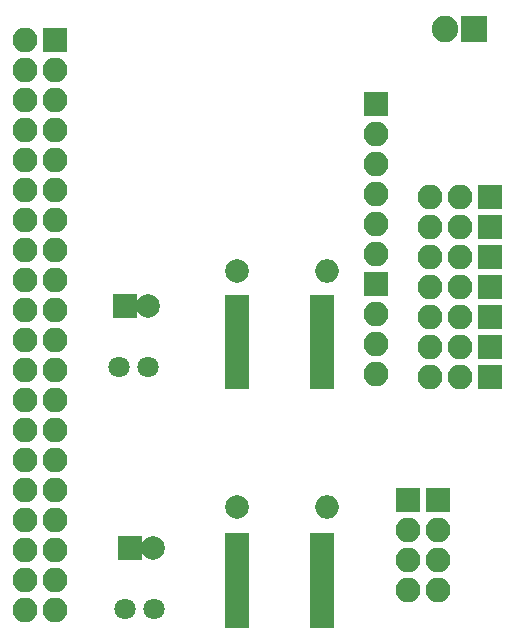
<source format=gbr>
G04 #@! TF.FileFunction,Soldermask,Top*
%FSLAX46Y46*%
G04 Gerber Fmt 4.6, Leading zero omitted, Abs format (unit mm)*
G04 Created by KiCad (PCBNEW 4.0.7) date 08/31/18 00:13:05*
%MOMM*%
%LPD*%
G01*
G04 APERTURE LIST*
%ADD10C,0.150000*%
%ADD11C,1.800000*%
%ADD12R,2.000000X2.000000*%
%ADD13C,2.000000*%
%ADD14R,2.150000X0.850000*%
%ADD15R,2.100000X2.100000*%
%ADD16O,2.100000X2.100000*%
%ADD17R,2.250000X2.250000*%
%ADD18C,2.250000*%
%ADD19O,2.000000X2.000000*%
G04 APERTURE END LIST*
D10*
D11*
X121000000Y-108100000D03*
X123500000Y-108100000D03*
D12*
X121920000Y-123444000D03*
D13*
X123920000Y-123444000D03*
D14*
X138220000Y-129785000D03*
X138220000Y-129135000D03*
X138220000Y-128485000D03*
X138220000Y-127835000D03*
X138220000Y-127185000D03*
X138220000Y-126535000D03*
X138220000Y-125885000D03*
X138220000Y-125235000D03*
X138220000Y-124585000D03*
X138220000Y-123935000D03*
X138220000Y-123285000D03*
X138220000Y-122635000D03*
X131020000Y-122635000D03*
X131020000Y-123285000D03*
X131020000Y-123935000D03*
X131020000Y-124585000D03*
X131020000Y-125235000D03*
X131020000Y-125885000D03*
X131020000Y-126535000D03*
X131020000Y-127185000D03*
X131020000Y-127835000D03*
X131020000Y-128485000D03*
X131020000Y-129135000D03*
X131020000Y-129785000D03*
X138200000Y-109575000D03*
X138200000Y-108925000D03*
X138200000Y-108275000D03*
X138200000Y-107625000D03*
X138200000Y-106975000D03*
X138200000Y-106325000D03*
X138200000Y-105675000D03*
X138200000Y-105025000D03*
X138200000Y-104375000D03*
X138200000Y-103725000D03*
X138200000Y-103075000D03*
X138200000Y-102425000D03*
X131000000Y-102425000D03*
X131000000Y-103075000D03*
X131000000Y-103725000D03*
X131000000Y-104375000D03*
X131000000Y-105025000D03*
X131000000Y-105675000D03*
X131000000Y-106325000D03*
X131000000Y-106975000D03*
X131000000Y-107625000D03*
X131000000Y-108275000D03*
X131000000Y-108925000D03*
X131000000Y-109575000D03*
D15*
X115570000Y-80490000D03*
D16*
X113030000Y-80490000D03*
X115570000Y-83030000D03*
X113030000Y-83030000D03*
X115570000Y-85570000D03*
X113030000Y-85570000D03*
X115570000Y-88110000D03*
X113030000Y-88110000D03*
X115570000Y-90650000D03*
X113030000Y-90650000D03*
X115570000Y-93190000D03*
X113030000Y-93190000D03*
X115570000Y-95730000D03*
X113030000Y-95730000D03*
X115570000Y-98270000D03*
X113030000Y-98270000D03*
X115570000Y-100810000D03*
X113030000Y-100810000D03*
X115570000Y-103350000D03*
X113030000Y-103350000D03*
X115570000Y-105890000D03*
X113030000Y-105890000D03*
X115570000Y-108430000D03*
X113030000Y-108430000D03*
X115570000Y-110970000D03*
X113030000Y-110970000D03*
X115570000Y-113510000D03*
X113030000Y-113510000D03*
X115570000Y-116050000D03*
X113030000Y-116050000D03*
X115570000Y-118590000D03*
X113030000Y-118590000D03*
X115570000Y-121130000D03*
X113030000Y-121130000D03*
X115570000Y-123670000D03*
X113030000Y-123670000D03*
X115570000Y-126210000D03*
X113030000Y-126210000D03*
X115570000Y-128750000D03*
X113030000Y-128750000D03*
D12*
X121500000Y-103000000D03*
D13*
X123500000Y-103000000D03*
D11*
X121500000Y-128600000D03*
X124000000Y-128600000D03*
D15*
X142740000Y-101100000D03*
D16*
X142740000Y-103640000D03*
X142740000Y-106180000D03*
X142740000Y-108720000D03*
D15*
X142740000Y-85860000D03*
D16*
X142740000Y-88400000D03*
X142740000Y-90940000D03*
X142740000Y-93480000D03*
X142740000Y-96020000D03*
X142740000Y-98560000D03*
D15*
X152400000Y-93726000D03*
D16*
X149860000Y-93726000D03*
X147320000Y-93726000D03*
D15*
X152400000Y-108966000D03*
D16*
X149860000Y-108966000D03*
X147320000Y-108966000D03*
D15*
X152400000Y-106426000D03*
D16*
X149860000Y-106426000D03*
X147320000Y-106426000D03*
D15*
X152400000Y-96266000D03*
D16*
X149860000Y-96266000D03*
X147320000Y-96266000D03*
D15*
X152400000Y-103886000D03*
D16*
X149860000Y-103886000D03*
X147320000Y-103886000D03*
D15*
X152400000Y-101346000D03*
D16*
X149860000Y-101346000D03*
X147320000Y-101346000D03*
D15*
X152400000Y-98806000D03*
D16*
X149860000Y-98806000D03*
X147320000Y-98806000D03*
D15*
X145510000Y-119380000D03*
D16*
X145510000Y-121920000D03*
X145510000Y-124460000D03*
X145510000Y-127000000D03*
D15*
X148050000Y-119380000D03*
D16*
X148050000Y-121920000D03*
X148050000Y-124460000D03*
X148050000Y-127000000D03*
D17*
X151100000Y-79500000D03*
D18*
X148600000Y-79500000D03*
D13*
X131000000Y-120000000D03*
D19*
X138620000Y-120000000D03*
D13*
X131000000Y-100000000D03*
D19*
X138620000Y-100000000D03*
M02*

</source>
